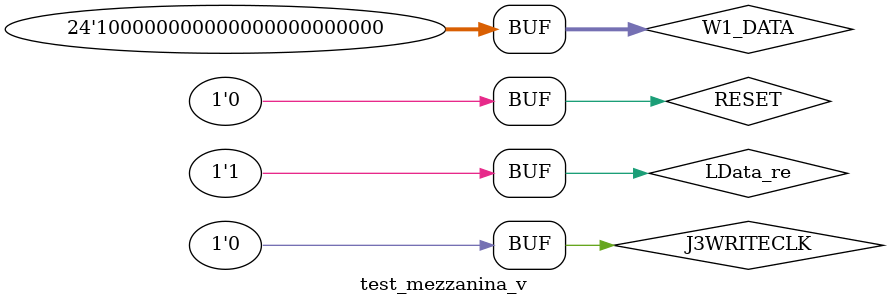
<source format=v>
`timescale 1ns / 1ps


module test_mezzanina_v;

	// Inputs
	reg [23:0] W1_DATA;
	reg J3WRITECLK;

	// Outputs
	wire W_HOLD_2;
	wire FLOATIN_3;
	wire FLOATIN_4;
	wire [15:1] OUT;

	// Bidirs
	wire [22:0] LData;
	wire LData_dv;
	reg LData_re;
	reg RESET;

	// Instantiate the Unit Under Test (UUT)
	mezzanina_gigafitter uut (
		.W1_DATA(W1_DATA), 
		.W_HOLD_2(W_HOLD_2), 
		.J3WRITECLK(J3WRITECLK), 
		.FLOATIN_3(FLOATIN_3), 
		.FLOATIN_4(FLOATIN_4), 
		.OUT(OUT), 
		.J1DATA_out({LData_dv,LData}),
		.J1DATA_25(LData_re),
		.J1DATA(),
		.J3DATA(),
		.J3DATA_in(),
		.J3DATA_out_24()
//		.RESET(RESET),
//		.LData(LData),
//		.LData_dv(LData_dv),
//		.LData_re(LData_re)
	);

	initial begin
		// Initialize Inputs
		W1_DATA = 0;
		W1_DATA[23] = 1;
		J3WRITECLK = 0;
		LData_re = 0;
	
		RESET = 0;
	
		// Wait 100 ns for global reset to finish
		#400;
      
		#20 W1_DATA[23] = 0;
		#20 W1_DATA[23] = 1;
		#20 W1_DATA[23] = 0;
		#20 W1_DATA[23] = 1;
		#20 W1_DATA[23] = 0;
		#20 W1_DATA[23] = 1;
		#20 W1_DATA[23] = 0;
		#20 W1_DATA[23] = 1;
		#100 LData_re = 1;
		// Add stimulus here

	end
      
	always begin
		#12.5 J3WRITECLK = 1;
		#12.5 J3WRITECLK = 0;
	end
endmodule


</source>
